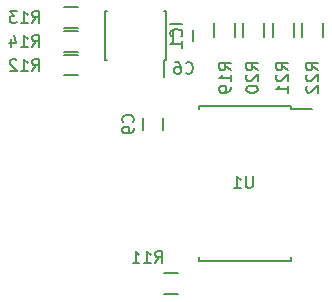
<source format=gbo>
G04 #@! TF.FileFunction,Legend,Bot*
%FSLAX46Y46*%
G04 Gerber Fmt 4.6, Leading zero omitted, Abs format (unit mm)*
G04 Created by KiCad (PCBNEW 0.201509131501+6189~30~ubuntu14.04.1-product) date Sam 03 Okt 2015 13:55:26 CEST*
%MOMM*%
G01*
G04 APERTURE LIST*
%ADD10C,0.200000*%
%ADD11C,0.150000*%
G04 APERTURE END LIST*
D10*
D11*
X92125000Y-54425000D02*
X92125000Y-54760000D01*
X84375000Y-54425000D02*
X84375000Y-54760000D01*
X84375000Y-67575000D02*
X84375000Y-67240000D01*
X92125000Y-67575000D02*
X92125000Y-67240000D01*
X92125000Y-54425000D02*
X84375000Y-54425000D01*
X92125000Y-67575000D02*
X84375000Y-67575000D01*
X92125000Y-54760000D02*
X93925000Y-54760000D01*
X82150000Y-49000000D02*
X82150000Y-48000000D01*
X83850000Y-48000000D02*
X83850000Y-49000000D01*
X79650000Y-56500000D02*
X79650000Y-55500000D01*
X81350000Y-55500000D02*
X81350000Y-56500000D01*
X81575000Y-50575000D02*
X81430000Y-50575000D01*
X81575000Y-46425000D02*
X81430000Y-46425000D01*
X76425000Y-46425000D02*
X76570000Y-46425000D01*
X76425000Y-50575000D02*
X76570000Y-50575000D01*
X81575000Y-50575000D02*
X81575000Y-46425000D01*
X76425000Y-50575000D02*
X76425000Y-46425000D01*
X81430000Y-50575000D02*
X81430000Y-51975000D01*
X81400000Y-70375000D02*
X82600000Y-70375000D01*
X82600000Y-68625000D02*
X81400000Y-68625000D01*
X74100000Y-50125000D02*
X72900000Y-50125000D01*
X72900000Y-51875000D02*
X74100000Y-51875000D01*
X74100000Y-46125000D02*
X72900000Y-46125000D01*
X72900000Y-47875000D02*
X74100000Y-47875000D01*
X74100000Y-48125000D02*
X72900000Y-48125000D01*
X72900000Y-49875000D02*
X74100000Y-49875000D01*
X87375000Y-48600000D02*
X87375000Y-47400000D01*
X85625000Y-47400000D02*
X85625000Y-48600000D01*
X89875000Y-48600000D02*
X89875000Y-47400000D01*
X88125000Y-47400000D02*
X88125000Y-48600000D01*
X92375000Y-48600000D02*
X92375000Y-47400000D01*
X90625000Y-47400000D02*
X90625000Y-48600000D01*
X94875000Y-48600000D02*
X94875000Y-47400000D01*
X93125000Y-47400000D02*
X93125000Y-48600000D01*
D10*
X88899905Y-60412381D02*
X88899905Y-61221905D01*
X88852286Y-61317143D01*
X88804667Y-61364762D01*
X88709429Y-61412381D01*
X88518952Y-61412381D01*
X88423714Y-61364762D01*
X88376095Y-61317143D01*
X88328476Y-61221905D01*
X88328476Y-60412381D01*
X87328476Y-61412381D02*
X87899905Y-61412381D01*
X87614191Y-61412381D02*
X87614191Y-60412381D01*
X87709429Y-60555238D01*
X87804667Y-60650476D01*
X87899905Y-60698095D01*
X83224666Y-51665143D02*
X83272285Y-51712762D01*
X83415142Y-51760381D01*
X83510380Y-51760381D01*
X83653238Y-51712762D01*
X83748476Y-51617524D01*
X83796095Y-51522286D01*
X83843714Y-51331810D01*
X83843714Y-51188952D01*
X83796095Y-50998476D01*
X83748476Y-50903238D01*
X83653238Y-50808000D01*
X83510380Y-50760381D01*
X83415142Y-50760381D01*
X83272285Y-50808000D01*
X83224666Y-50855619D01*
X82367523Y-50760381D02*
X82558000Y-50760381D01*
X82653238Y-50808000D01*
X82700857Y-50855619D01*
X82796095Y-50998476D01*
X82843714Y-51188952D01*
X82843714Y-51569905D01*
X82796095Y-51665143D01*
X82748476Y-51712762D01*
X82653238Y-51760381D01*
X82462761Y-51760381D01*
X82367523Y-51712762D01*
X82319904Y-51665143D01*
X82272285Y-51569905D01*
X82272285Y-51331810D01*
X82319904Y-51236571D01*
X82367523Y-51188952D01*
X82462761Y-51141333D01*
X82653238Y-51141333D01*
X82748476Y-51188952D01*
X82796095Y-51236571D01*
X82843714Y-51331810D01*
X78757143Y-55833334D02*
X78804762Y-55785715D01*
X78852381Y-55642858D01*
X78852381Y-55547620D01*
X78804762Y-55404762D01*
X78709524Y-55309524D01*
X78614286Y-55261905D01*
X78423810Y-55214286D01*
X78280952Y-55214286D01*
X78090476Y-55261905D01*
X77995238Y-55309524D01*
X77900000Y-55404762D01*
X77852381Y-55547620D01*
X77852381Y-55642858D01*
X77900000Y-55785715D01*
X77947619Y-55833334D01*
X78852381Y-56309524D02*
X78852381Y-56500000D01*
X78804762Y-56595239D01*
X78757143Y-56642858D01*
X78614286Y-56738096D01*
X78423810Y-56785715D01*
X78042857Y-56785715D01*
X77947619Y-56738096D01*
X77900000Y-56690477D01*
X77852381Y-56595239D01*
X77852381Y-56404762D01*
X77900000Y-56309524D01*
X77947619Y-56261905D01*
X78042857Y-56214286D01*
X78280952Y-56214286D01*
X78376190Y-56261905D01*
X78423810Y-56309524D01*
X78471429Y-56404762D01*
X78471429Y-56595239D01*
X78423810Y-56690477D01*
X78376190Y-56738096D01*
X78280952Y-56785715D01*
D11*
X82952381Y-47523810D02*
X81952381Y-47523810D01*
X82857143Y-48571429D02*
X82904762Y-48523810D01*
X82952381Y-48380953D01*
X82952381Y-48285715D01*
X82904762Y-48142857D01*
X82809524Y-48047619D01*
X82714286Y-48000000D01*
X82523810Y-47952381D01*
X82380952Y-47952381D01*
X82190476Y-48000000D01*
X82095238Y-48047619D01*
X82000000Y-48142857D01*
X81952381Y-48285715D01*
X81952381Y-48380953D01*
X82000000Y-48523810D01*
X82047619Y-48571429D01*
X82952381Y-49523810D02*
X82952381Y-48952381D01*
X82952381Y-49238095D02*
X81952381Y-49238095D01*
X82095238Y-49142857D01*
X82190476Y-49047619D01*
X82238095Y-48952381D01*
D10*
X80652857Y-67762381D02*
X80986191Y-67286190D01*
X81224286Y-67762381D02*
X81224286Y-66762381D01*
X80843333Y-66762381D01*
X80748095Y-66810000D01*
X80700476Y-66857619D01*
X80652857Y-66952857D01*
X80652857Y-67095714D01*
X80700476Y-67190952D01*
X80748095Y-67238571D01*
X80843333Y-67286190D01*
X81224286Y-67286190D01*
X79700476Y-67762381D02*
X80271905Y-67762381D01*
X79986191Y-67762381D02*
X79986191Y-66762381D01*
X80081429Y-66905238D01*
X80176667Y-67000476D01*
X80271905Y-67048095D01*
X78748095Y-67762381D02*
X79319524Y-67762381D01*
X79033810Y-67762381D02*
X79033810Y-66762381D01*
X79129048Y-66905238D01*
X79224286Y-67000476D01*
X79319524Y-67048095D01*
X70238857Y-51506381D02*
X70572191Y-51030190D01*
X70810286Y-51506381D02*
X70810286Y-50506381D01*
X70429333Y-50506381D01*
X70334095Y-50554000D01*
X70286476Y-50601619D01*
X70238857Y-50696857D01*
X70238857Y-50839714D01*
X70286476Y-50934952D01*
X70334095Y-50982571D01*
X70429333Y-51030190D01*
X70810286Y-51030190D01*
X69286476Y-51506381D02*
X69857905Y-51506381D01*
X69572191Y-51506381D02*
X69572191Y-50506381D01*
X69667429Y-50649238D01*
X69762667Y-50744476D01*
X69857905Y-50792095D01*
X68905524Y-50601619D02*
X68857905Y-50554000D01*
X68762667Y-50506381D01*
X68524571Y-50506381D01*
X68429333Y-50554000D01*
X68381714Y-50601619D01*
X68334095Y-50696857D01*
X68334095Y-50792095D01*
X68381714Y-50934952D01*
X68953143Y-51506381D01*
X68334095Y-51506381D01*
X70238857Y-47442381D02*
X70572191Y-46966190D01*
X70810286Y-47442381D02*
X70810286Y-46442381D01*
X70429333Y-46442381D01*
X70334095Y-46490000D01*
X70286476Y-46537619D01*
X70238857Y-46632857D01*
X70238857Y-46775714D01*
X70286476Y-46870952D01*
X70334095Y-46918571D01*
X70429333Y-46966190D01*
X70810286Y-46966190D01*
X69286476Y-47442381D02*
X69857905Y-47442381D01*
X69572191Y-47442381D02*
X69572191Y-46442381D01*
X69667429Y-46585238D01*
X69762667Y-46680476D01*
X69857905Y-46728095D01*
X68953143Y-46442381D02*
X68334095Y-46442381D01*
X68667429Y-46823333D01*
X68524571Y-46823333D01*
X68429333Y-46870952D01*
X68381714Y-46918571D01*
X68334095Y-47013810D01*
X68334095Y-47251905D01*
X68381714Y-47347143D01*
X68429333Y-47394762D01*
X68524571Y-47442381D01*
X68810286Y-47442381D01*
X68905524Y-47394762D01*
X68953143Y-47347143D01*
X70238857Y-49474381D02*
X70572191Y-48998190D01*
X70810286Y-49474381D02*
X70810286Y-48474381D01*
X70429333Y-48474381D01*
X70334095Y-48522000D01*
X70286476Y-48569619D01*
X70238857Y-48664857D01*
X70238857Y-48807714D01*
X70286476Y-48902952D01*
X70334095Y-48950571D01*
X70429333Y-48998190D01*
X70810286Y-48998190D01*
X69286476Y-49474381D02*
X69857905Y-49474381D01*
X69572191Y-49474381D02*
X69572191Y-48474381D01*
X69667429Y-48617238D01*
X69762667Y-48712476D01*
X69857905Y-48760095D01*
X68429333Y-48807714D02*
X68429333Y-49474381D01*
X68667429Y-48426762D02*
X68905524Y-49141048D01*
X68286476Y-49141048D01*
X87066381Y-51427143D02*
X86590190Y-51093809D01*
X87066381Y-50855714D02*
X86066381Y-50855714D01*
X86066381Y-51236667D01*
X86114000Y-51331905D01*
X86161619Y-51379524D01*
X86256857Y-51427143D01*
X86399714Y-51427143D01*
X86494952Y-51379524D01*
X86542571Y-51331905D01*
X86590190Y-51236667D01*
X86590190Y-50855714D01*
X87066381Y-52379524D02*
X87066381Y-51808095D01*
X87066381Y-52093809D02*
X86066381Y-52093809D01*
X86209238Y-51998571D01*
X86304476Y-51903333D01*
X86352095Y-51808095D01*
X87066381Y-52855714D02*
X87066381Y-53046190D01*
X87018762Y-53141429D01*
X86971143Y-53189048D01*
X86828286Y-53284286D01*
X86637810Y-53331905D01*
X86256857Y-53331905D01*
X86161619Y-53284286D01*
X86114000Y-53236667D01*
X86066381Y-53141429D01*
X86066381Y-52950952D01*
X86114000Y-52855714D01*
X86161619Y-52808095D01*
X86256857Y-52760476D01*
X86494952Y-52760476D01*
X86590190Y-52808095D01*
X86637810Y-52855714D01*
X86685429Y-52950952D01*
X86685429Y-53141429D01*
X86637810Y-53236667D01*
X86590190Y-53284286D01*
X86494952Y-53331905D01*
X89352381Y-51427143D02*
X88876190Y-51093809D01*
X89352381Y-50855714D02*
X88352381Y-50855714D01*
X88352381Y-51236667D01*
X88400000Y-51331905D01*
X88447619Y-51379524D01*
X88542857Y-51427143D01*
X88685714Y-51427143D01*
X88780952Y-51379524D01*
X88828571Y-51331905D01*
X88876190Y-51236667D01*
X88876190Y-50855714D01*
X88447619Y-51808095D02*
X88400000Y-51855714D01*
X88352381Y-51950952D01*
X88352381Y-52189048D01*
X88400000Y-52284286D01*
X88447619Y-52331905D01*
X88542857Y-52379524D01*
X88638095Y-52379524D01*
X88780952Y-52331905D01*
X89352381Y-51760476D01*
X89352381Y-52379524D01*
X88352381Y-52998571D02*
X88352381Y-53093810D01*
X88400000Y-53189048D01*
X88447619Y-53236667D01*
X88542857Y-53284286D01*
X88733333Y-53331905D01*
X88971429Y-53331905D01*
X89161905Y-53284286D01*
X89257143Y-53236667D01*
X89304762Y-53189048D01*
X89352381Y-53093810D01*
X89352381Y-52998571D01*
X89304762Y-52903333D01*
X89257143Y-52855714D01*
X89161905Y-52808095D01*
X88971429Y-52760476D01*
X88733333Y-52760476D01*
X88542857Y-52808095D01*
X88447619Y-52855714D01*
X88400000Y-52903333D01*
X88352381Y-52998571D01*
X91892381Y-51427143D02*
X91416190Y-51093809D01*
X91892381Y-50855714D02*
X90892381Y-50855714D01*
X90892381Y-51236667D01*
X90940000Y-51331905D01*
X90987619Y-51379524D01*
X91082857Y-51427143D01*
X91225714Y-51427143D01*
X91320952Y-51379524D01*
X91368571Y-51331905D01*
X91416190Y-51236667D01*
X91416190Y-50855714D01*
X90987619Y-51808095D02*
X90940000Y-51855714D01*
X90892381Y-51950952D01*
X90892381Y-52189048D01*
X90940000Y-52284286D01*
X90987619Y-52331905D01*
X91082857Y-52379524D01*
X91178095Y-52379524D01*
X91320952Y-52331905D01*
X91892381Y-51760476D01*
X91892381Y-52379524D01*
X91892381Y-53331905D02*
X91892381Y-52760476D01*
X91892381Y-53046190D02*
X90892381Y-53046190D01*
X91035238Y-52950952D01*
X91130476Y-52855714D01*
X91178095Y-52760476D01*
X94432381Y-51427143D02*
X93956190Y-51093809D01*
X94432381Y-50855714D02*
X93432381Y-50855714D01*
X93432381Y-51236667D01*
X93480000Y-51331905D01*
X93527619Y-51379524D01*
X93622857Y-51427143D01*
X93765714Y-51427143D01*
X93860952Y-51379524D01*
X93908571Y-51331905D01*
X93956190Y-51236667D01*
X93956190Y-50855714D01*
X93527619Y-51808095D02*
X93480000Y-51855714D01*
X93432381Y-51950952D01*
X93432381Y-52189048D01*
X93480000Y-52284286D01*
X93527619Y-52331905D01*
X93622857Y-52379524D01*
X93718095Y-52379524D01*
X93860952Y-52331905D01*
X94432381Y-51760476D01*
X94432381Y-52379524D01*
X93527619Y-52760476D02*
X93480000Y-52808095D01*
X93432381Y-52903333D01*
X93432381Y-53141429D01*
X93480000Y-53236667D01*
X93527619Y-53284286D01*
X93622857Y-53331905D01*
X93718095Y-53331905D01*
X93860952Y-53284286D01*
X94432381Y-52712857D01*
X94432381Y-53331905D01*
M02*

</source>
